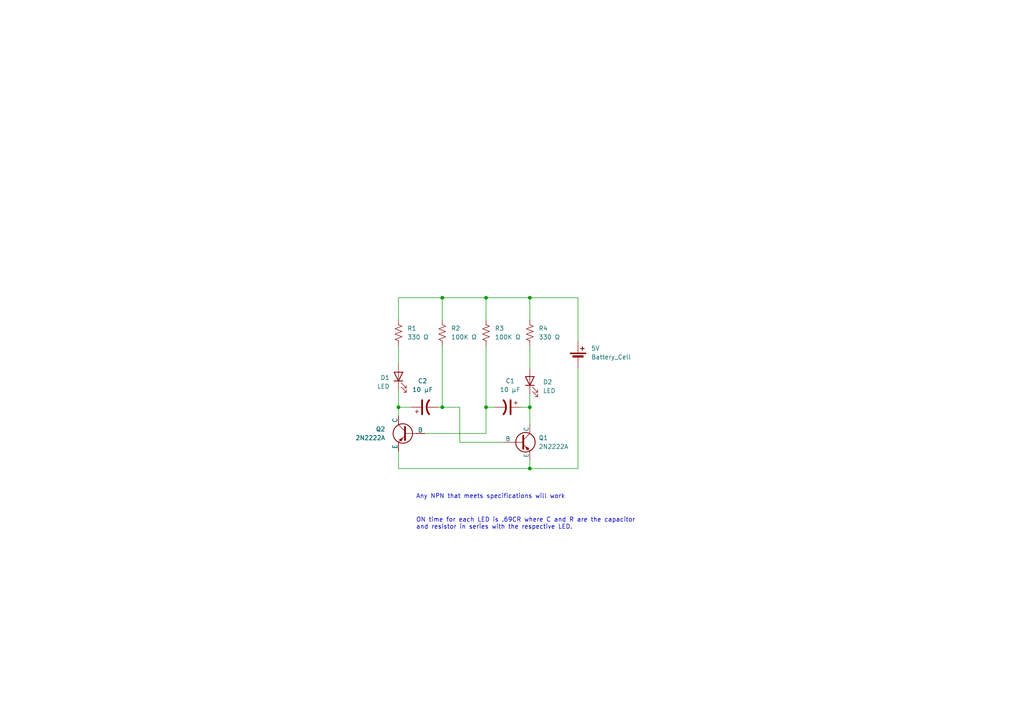
<source format=kicad_sch>
(kicad_sch (version 20230121) (generator eeschema)
  (paper "A4")
  (lib_symbols
    (symbol "Device:Battery_Cell" (pin_numbers hide) (pin_names (offset 0) hide)
      (property "Reference" "BT" (at 2.54 2.54 0))
      (property "Value" "Battery_Cell" (at 2.54 0 0))
      (symbol "Battery_Cell_0_1"
        (rectangle (start -2.286 1.778) (end 2.286 1.524) (fill (type outline)))
        (rectangle (start -1.524 1.016) (end 1.524 0.508) (fill (type outline)))
        (polyline (pts (xy 0 0.762) (xy 0 0)))
        (polyline (pts (xy 0 1.778) (xy 0 2.54)))
        (polyline (pts (xy 0.762 3.048) (xy 1.778 3.048)) (stroke (width 0.254)))
        (polyline (pts (xy 1.27 3.556) (xy 1.27 2.54)) (stroke (width 0.254)))
      )
      (symbol "Battery_Cell_1_1"
        (pin passive line (at 0 5.08 270) (length 2.54) (name "+") (number "1"))
        (pin passive line (at 0 -2.54 90) (length 2.54) (name "-") (number "2"))
      )
    )
    (symbol "Device:C_Polarized_US" (pin_numbers hide) (pin_names (offset 0.254) hide)
      (property "Reference" "C" (at 0.635 2.54 0))
      (property "Value" "C_Polarized_US" (at 0.635 -2.54 0))
      (symbol "C_Polarized_US_0_1"
        (polyline (pts (xy -2.032 0.762) (xy 2.032 0.762)) (stroke (width 0.508)))
        (polyline (pts (xy -1.778 2.286) (xy -0.762 2.286)))
        (polyline (pts (xy -1.27 1.778) (xy -1.27 2.794)))
        (arc (start 2.032 -1.27) (mid 0 -0.5572) (end -2.032 -1.27) (stroke (width 0.508)))
      )
      (symbol "C_Polarized_US_1_1"
        (pin passive line (at 0 3.81 270) (length 2.794) (name "~") (number "1"))
        (pin passive line (at 0 -3.81 90) (length 3.302) (name "~") (number "2"))
      )
    )
    (symbol "Device:LED" (pin_numbers hide) (pin_names (offset 1.016) hide)
      (property "Reference" "D" (at 0 2.54 0))
      (property "Value" "LED" (at 0 -2.54 0))
      (symbol "LED_0_1"
        (polyline (pts (xy -1.27 -1.27) (xy -1.27 1.27)) (stroke (width 0.254)))
        (polyline (pts (xy -1.27 0) (xy 1.27 0)))
        (polyline (pts (xy 1.27 -1.27) (xy 1.27 1.27) (xy -1.27 0) (xy 1.27 -1.27)) (stroke (width 0.254)))
        (polyline (pts (xy -3.048 -0.762) (xy -4.572 -2.286) (xy -3.81 -2.286) (xy -4.572 -2.286) (xy -4.572 -1.524)))
        (polyline (pts (xy -1.778 -0.762) (xy -3.302 -2.286) (xy -2.54 -2.286) (xy -3.302 -2.286) (xy -3.302 -1.524)))
      )
      (symbol "LED_1_1"
        (pin passive line (at -3.81 0 0) (length 2.54) (name "K") (number "1"))
        (pin passive line (at 3.81 0 180) (length 2.54) (name "A") (number "2"))
      )
    )
    (symbol "Device:R_US" (pin_numbers hide) (pin_names (offset 0))
      (property "Reference" "R" (at 2.54 0 90))
      (property "Value" "R_US" (at -2.54 0 90))
      (symbol "R_US_0_1"
        (polyline (pts (xy 0 -2.286) (xy 0 -2.54)))
        (polyline (pts (xy 0 2.286) (xy 0 2.54)))
        (polyline (pts (xy 0 -0.762) (xy 1.016 -1.143) (xy 0 -1.524) (xy -1.016 -1.905) (xy 0 -2.286)))
        (polyline (pts (xy 0 0.762) (xy 1.016 0.381) (xy 0 0) (xy -1.016 -0.381) (xy 0 -0.762)))
        (polyline (pts (xy 0 2.286) (xy 1.016 1.905) (xy 0 1.524) (xy -1.016 1.143) (xy 0 0.762)))
      )
      (symbol "R_US_1_1"
        (pin passive line (at 0 3.81 270) (length 1.27) (name "~") (number "1"))
        (pin passive line (at 0 -3.81 90) (length 1.27) (name "~") (number "2"))
      )
    )
    (symbol "Simulation_SPICE:PNP" (pin_numbers hide) (pin_names (offset 0))
      (property "Reference" "Q" (at -2.54 7.62 0))
      (property "Value" "PNP" (at -2.54 5.08 0))
      (symbol "PNP_0_1"
        (polyline (pts (xy -2.54 0) (xy 0.635 0)) (stroke (width 0.1524)))
        (polyline (pts (xy 0.635 0.635) (xy 2.54 2.54)))
        (polyline (pts (xy 0.635 -0.635) (xy 2.54 -2.54) (xy 2.54 -2.54)))
        (polyline (pts (xy 0.635 1.905) (xy 0.635 -1.905) (xy 0.635 -1.905)) (stroke (width 0.508)))
        (polyline (pts (xy 2.286 -1.778) (xy 1.778 -2.286) (xy 1.27 -1.27) (xy 2.286 -1.778) (xy 2.286 -1.778)) (fill (type outline)))
        (circle (center 1.27 0) (radius 2.8194) (stroke (width 0.254)))
      )
      (symbol "PNP_1_1"
        (pin open_collector line (at 2.54 5.08 270) (length 2.54) (name "C") (number "1"))
        (pin input line (at -5.08 0 0) (length 2.54) (name "B") (number "2"))
        (pin open_emitter line (at 2.54 -5.08 90) (length 2.54) (name "E") (number "3"))
      )
    )
  )
  (junction (at 153.67 135.89))
  (junction (at 140.97 118.11))
  (junction (at 153.67 118.11))
  (junction (at 115.57 118.11))
  (junction (at 140.97 86.36))
  (junction (at 128.27 118.11))
  (junction (at 153.67 86.36))
  (junction (at 128.27 86.36))
  (wire (pts (xy 128.27 100.33) (xy 128.27 118.11)))
  (wire (pts (xy 115.57 130.81) (xy 115.57 135.89)))
  (wire (pts (xy 115.57 100.33) (xy 115.57 105.41)))
  (wire (pts (xy 115.57 113.03) (xy 115.57 118.11)))
  (wire (pts (xy 153.67 135.89) (xy 167.64 135.89)))
  (wire (pts (xy 140.97 125.73) (xy 140.97 118.11)))
  (wire (pts (xy 115.57 118.11) (xy 115.57 120.65)))
  (wire (pts (xy 140.97 86.36) (xy 140.97 92.71)))
  (wire (pts (xy 115.57 135.89) (xy 153.67 135.89)))
  (wire (pts (xy 115.57 118.11) (xy 119.38 118.11)))
  (wire (pts (xy 167.64 86.36) (xy 153.67 86.36)))
  (wire (pts (xy 140.97 100.33) (xy 140.97 118.11)))
  (wire (pts (xy 128.27 86.36) (xy 140.97 86.36)))
  (wire (pts (xy 167.64 99.06) (xy 167.64 86.36)))
  (wire (pts (xy 128.27 86.36) (xy 128.27 92.71)))
  (wire (pts (xy 167.64 106.68) (xy 167.64 135.89)))
  (wire (pts (xy 151.13 118.11) (xy 153.67 118.11)))
  (wire (pts (xy 140.97 118.11) (xy 143.51 118.11)))
  (wire (pts (xy 123.19 125.73) (xy 140.97 125.73)))
  (wire (pts (xy 153.67 118.11) (xy 153.67 123.19)))
  (wire (pts (xy 133.35 128.27) (xy 133.35 118.11)))
  (wire (pts (xy 115.57 92.71) (xy 115.57 86.36)))
  (wire (pts (xy 153.67 114.3) (xy 153.67 118.11)))
  (wire (pts (xy 153.67 135.89) (xy 153.67 133.35)))
  (wire (pts (xy 140.97 86.36) (xy 153.67 86.36)))
  (wire (pts (xy 153.67 86.36) (xy 153.67 92.71)))
  (wire (pts (xy 115.57 86.36) (xy 128.27 86.36)))
  (wire (pts (xy 153.67 100.33) (xy 153.67 106.68)))
  (wire (pts (xy 128.27 118.11) (xy 127 118.11)))
  (wire (pts (xy 128.27 118.11) (xy 133.35 118.11)))
  (wire (pts (xy 146.05 128.27) (xy 133.35 128.27)))
  (text "Any NPN that meets specifications will work" (at 120.65 144.78 0) (effects (font (size 1.27 1.27)) (justify left bottom)))
  (text "ON time for each LED is .69CR where C and R are the capacitor \nand resistor in series with the respective LED." (at 120.65 153.67 0) (effects (font (size 1.27 1.27)) (justify left bottom)))
  (symbol (lib_id "Device:C_Polarized_US") (at 123.19 118.11 90) (unit 1)
    (property "Reference" "C2" (at 122.555 110.49 90))
    (property "Value" "10 µF" (at 122.555 113.03 90))
  )
  (symbol (lib_id "Device:LED") (at 153.67 110.49 90) (unit 1)
    (property "Reference" "D2" (at 157.48 110.8075 90) (effects (justify right)))
    (property "Value" "LED" (at 157.48 113.3475 90) (effects (justify right)))
  )
  (symbol (lib_id "Device:C_Polarized_US") (at 147.32 118.11 270) (unit 1)
    (property "Reference" "C1" (at 147.955 110.49 90))
    (property "Value" "10 µF" (at 147.955 113.03 90))
  )
  (symbol (lib_id "Simulation_SPICE:PNP") (at 118.11 125.73 0) (mirror y) (unit 1)
    (property "Reference" "Q2" (at 111.76 124.46 0) (effects (justify left)))
    (property "Value" "2N2222A" (at 111.76 127 0) (effects (justify left)))
    (property "Sim.Device" "PNP" (effects hide))
    (property "Sim.Type" "GUMMELPOON" (effects hide))
    (property "Sim.Pins" "1=C 2=B 3=E" (effects hide))
  )
  (symbol (lib_id "Device:R_US") (at 153.67 96.52 0) (unit 1)
    (property "Reference" "R4" (at 156.21 95.25 0) (effects (justify left)))
    (property "Value" "330 Ω" (at 156.21 97.79 0) (effects (justify left)))
  )
  (symbol (lib_id "Device:LED") (at 115.57 109.22 90) (unit 1)
    (property "Reference" "D1" (at 113.03 109.5375 90) (effects (justify left)))
    (property "Value" "LED" (at 113.03 112.0775 90) (effects (justify left)))
  )
  (symbol (lib_id "Device:R_US") (at 140.97 96.52 0) (unit 1)
    (property "Reference" "R3" (at 143.51 95.25 0) (effects (justify left)))
    (property "Value" "100K Ω" (at 143.51 97.79 0) (effects (justify left)))
  )
  (symbol (lib_id "Device:Battery_Cell") (at 167.64 104.14 0) (unit 1)
    (property "Reference" "5V" (at 171.45 101.0285 0) (effects (justify left)))
    (property "Value" "Battery_Cell" (at 171.45 103.5685 0) (effects (justify left)))
  )
  (symbol (lib_id "Device:R_US") (at 128.27 96.52 0) (unit 1)
    (property "Reference" "R2" (at 130.81 95.25 0) (effects (justify left)))
    (property "Value" "100K Ω" (at 130.81 97.79 0) (effects (justify left)))
  )
  (symbol (lib_id "Device:R_US") (at 115.57 96.52 0) (unit 1)
    (property "Reference" "R1" (at 118.11 95.25 0) (effects (justify left)))
    (property "Value" "330 Ω" (at 118.11 97.79 0) (effects (justify left)))
  )
  (symbol (lib_id "Simulation_SPICE:PNP") (at 151.13 128.27 0) (unit 1)
    (property "Reference" "Q1" (at 156.21 127 0) (effects (justify left)))
    (property "Value" "2N2222A" (at 156.21 129.54 0) (effects (justify left)))
    (property "Sim.Device" "PNP" (effects hide))
    (property "Sim.Type" "GUMMELPOON" (effects hide))
    (property "Sim.Pins" "1=C 2=B 3=E" (effects hide))
  )
)
</source>
